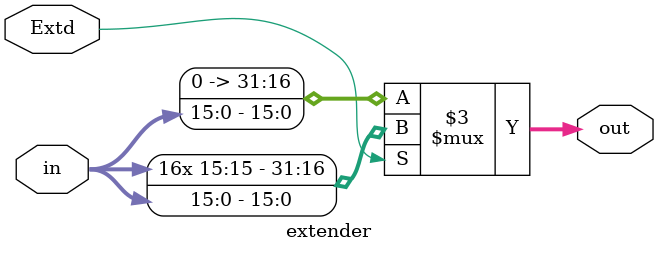
<source format=v>
module extender(in,out,Extd);
input [15:0] in;
output reg [31:0] out;
input Extd;

always @(*) begin
	if(Extd)
	out={{16{in[15]}},in};
	else
	out={16'h0000,in};
end

endmodule
</source>
